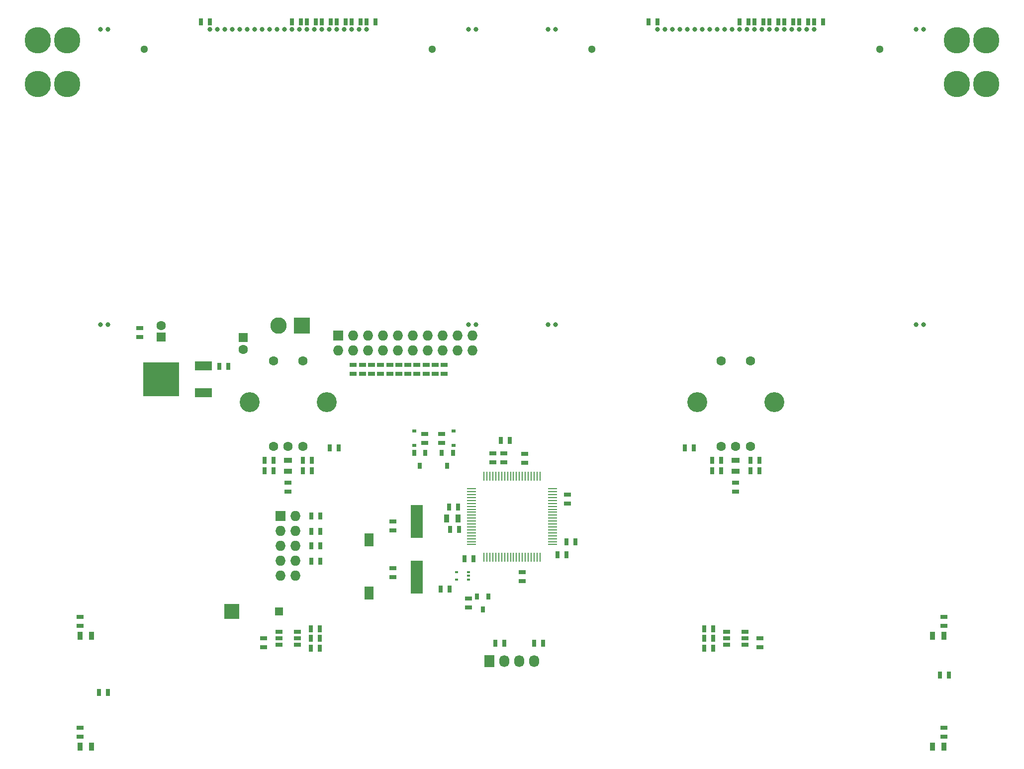
<source format=gts>
%FSLAX34Y34*%
G04 Gerber Fmt 3.4, Leading zero omitted, Abs format*
G04 (created by PCBNEW (2014-03-19 BZR 4756)-product) date Mon 28 Jul 2014 16:59:26 BRT*
%MOIN*%
G01*
G70*
G90*
G04 APERTURE LIST*
%ADD10C,0.006000*%
%ADD11C,0.031496*%
%ADD12C,0.051181*%
%ADD13R,0.025000X0.045000*%
%ADD14R,0.062992X0.062992*%
%ADD15C,0.062992*%
%ADD16R,0.045000X0.025000*%
%ADD17R,0.027000X0.022000*%
%ADD18C,0.133858*%
%ADD19R,0.055000X0.035000*%
%ADD20R,0.035000X0.055000*%
%ADD21R,0.051181X0.027559*%
%ADD22R,0.068000X0.068000*%
%ADD23O,0.068000X0.068000*%
%ADD24R,0.031500X0.039400*%
%ADD25R,0.059055X0.011024*%
%ADD26R,0.011024X0.059055*%
%ADD27R,0.020000X0.012000*%
%ADD28R,0.083000X0.220000*%
%ADD29R,0.098425X0.098425*%
%ADD30R,0.055118X0.055118*%
%ADD31C,0.177165*%
%ADD32R,0.068000X0.080000*%
%ADD33O,0.068000X0.080000*%
%ADD34R,0.062992X0.086614*%
%ADD35R,0.244000X0.228000*%
%ADD36R,0.118000X0.063000*%
%ADD37R,0.110000X0.110000*%
%ADD38C,0.110000*%
G04 APERTURE END LIST*
G54D10*
G54D11*
X43057Y-846D03*
X43557Y-846D03*
X44057Y-846D03*
X44557Y-846D03*
X45057Y-846D03*
X45557Y-846D03*
X46057Y-846D03*
X46557Y-846D03*
X47057Y-846D03*
X47557Y-846D03*
X48057Y-846D03*
X48557Y-846D03*
X49057Y-846D03*
X49557Y-846D03*
X50057Y-846D03*
X50557Y-846D03*
X51057Y-846D03*
X51557Y-846D03*
X52057Y-846D03*
X52557Y-846D03*
X53057Y-846D03*
X53557Y-846D03*
X35718Y-846D03*
X36210Y-846D03*
X60895Y-846D03*
X60403Y-846D03*
X60895Y-20649D03*
X60403Y-20649D03*
X35718Y-20649D03*
X36210Y-20649D03*
G54D12*
X38661Y-2204D03*
X57952Y-2204D03*
G54D13*
X62003Y-44169D03*
X62603Y-44169D03*
X5615Y-45305D03*
X6215Y-45305D03*
G54D14*
X15275Y-21527D03*
G54D15*
X15275Y-22314D03*
G54D16*
X16673Y-41688D03*
X16673Y-42288D03*
X49940Y-41688D03*
X49940Y-42288D03*
X18307Y-31264D03*
X18307Y-31864D03*
G54D13*
X19296Y-29744D03*
X19896Y-29744D03*
X17327Y-29744D03*
X16727Y-29744D03*
G54D16*
X48307Y-31264D03*
X48307Y-31864D03*
G54D13*
X49296Y-29763D03*
X49896Y-29763D03*
X47317Y-29744D03*
X46717Y-29744D03*
G54D16*
X25324Y-33853D03*
X25324Y-34453D03*
X25324Y-37583D03*
X25324Y-36983D03*
G54D13*
X29134Y-38385D03*
X28534Y-38385D03*
X30733Y-36348D03*
X30133Y-36348D03*
X36944Y-35206D03*
X37544Y-35206D03*
G54D16*
X37037Y-32652D03*
X37037Y-32052D03*
X32027Y-29896D03*
X32027Y-29296D03*
X32763Y-29896D03*
X32763Y-29296D03*
G54D13*
X29679Y-32893D03*
X29079Y-32893D03*
G54D16*
X34163Y-29906D03*
X34163Y-29306D03*
X33996Y-37249D03*
X33996Y-37849D03*
G54D17*
X29379Y-28763D03*
X29379Y-27803D03*
X26742Y-28757D03*
X26742Y-27797D03*
G54D15*
X19291Y-28807D03*
X19291Y-23098D03*
X17322Y-28807D03*
X17322Y-23098D03*
X18307Y-28807D03*
G54D18*
X20905Y-25854D03*
X15708Y-25854D03*
G54D15*
X49291Y-28807D03*
X49291Y-23098D03*
X47322Y-28807D03*
X47322Y-23098D03*
X48307Y-28807D03*
G54D18*
X50905Y-25854D03*
X45708Y-25854D03*
G54D19*
X18307Y-30493D03*
X18307Y-29743D03*
X48307Y-30493D03*
X48307Y-29743D03*
G54D20*
X28926Y-33641D03*
X29676Y-33641D03*
G54D21*
X18917Y-42122D03*
X18917Y-41688D03*
X18917Y-41255D03*
X17696Y-41255D03*
X17696Y-41688D03*
X17696Y-42122D03*
X47696Y-41255D03*
X47696Y-41688D03*
X47696Y-42122D03*
X48917Y-42122D03*
X48917Y-41688D03*
X48917Y-41255D03*
G54D22*
X21671Y-21389D03*
G54D23*
X21671Y-22389D03*
X22671Y-21389D03*
X22671Y-22389D03*
X23671Y-21389D03*
X23671Y-22389D03*
X24671Y-21389D03*
X24671Y-22389D03*
X25671Y-21389D03*
X25671Y-22389D03*
X26671Y-21389D03*
X26671Y-22389D03*
X27671Y-21389D03*
X27671Y-22389D03*
X28671Y-21389D03*
X28671Y-22389D03*
X29671Y-21389D03*
X29671Y-22389D03*
X30671Y-21389D03*
X30671Y-22389D03*
G54D24*
X28970Y-30127D03*
X28595Y-29261D03*
X29345Y-29261D03*
X27118Y-30129D03*
X26743Y-29263D03*
X27493Y-29263D03*
G54D16*
X28602Y-27977D03*
X28602Y-28577D03*
X23277Y-23361D03*
X23277Y-23961D03*
X27460Y-27977D03*
X27460Y-28577D03*
X22667Y-23361D03*
X22667Y-23961D03*
X4370Y-40855D03*
X4370Y-40255D03*
X4366Y-48303D03*
X4366Y-47703D03*
X62244Y-40862D03*
X62244Y-40262D03*
X62244Y-48303D03*
X62244Y-47703D03*
G54D13*
X12455Y-344D03*
X13055Y-344D03*
X19837Y-41043D03*
X20437Y-41043D03*
X19837Y-41692D03*
X20437Y-41692D03*
X19837Y-42342D03*
X20437Y-42342D03*
X42455Y-344D03*
X43055Y-344D03*
X46776Y-41043D03*
X46176Y-41043D03*
X46776Y-41692D03*
X46176Y-41692D03*
X46776Y-42342D03*
X46176Y-42342D03*
X19296Y-30452D03*
X19896Y-30452D03*
X21707Y-28927D03*
X21107Y-28927D03*
X17327Y-30462D03*
X16727Y-30462D03*
X32207Y-42007D03*
X32807Y-42007D03*
X35406Y-42007D03*
X34806Y-42007D03*
X49296Y-30462D03*
X49896Y-30462D03*
X44904Y-28929D03*
X45504Y-28929D03*
X47317Y-30462D03*
X46717Y-30462D03*
X29148Y-34389D03*
X29748Y-34389D03*
G54D16*
X30393Y-39620D03*
X30393Y-39020D03*
G54D13*
X36943Y-36102D03*
X36343Y-36102D03*
X32554Y-28425D03*
X33154Y-28425D03*
X20447Y-34507D03*
X19847Y-34507D03*
X20447Y-33503D03*
X19847Y-33503D03*
X20447Y-35501D03*
X19847Y-35501D03*
X20447Y-36505D03*
X19847Y-36505D03*
G54D25*
X30590Y-31663D03*
X30590Y-31860D03*
X30590Y-32057D03*
X30590Y-32253D03*
X30590Y-32450D03*
X30590Y-32647D03*
X30590Y-32844D03*
X30590Y-33041D03*
X30590Y-33238D03*
X30590Y-33435D03*
X30590Y-33631D03*
X30590Y-33828D03*
X30590Y-34025D03*
X30590Y-34222D03*
X30590Y-34419D03*
X30590Y-34616D03*
X30590Y-34812D03*
X30590Y-35009D03*
X30590Y-35206D03*
X30590Y-35403D03*
G54D26*
X31437Y-36250D03*
X31633Y-36250D03*
X31830Y-36250D03*
X32027Y-36250D03*
X32224Y-36250D03*
X32421Y-36250D03*
X32618Y-36250D03*
X32814Y-36250D03*
X33011Y-36250D03*
X33208Y-36250D03*
X33405Y-36250D03*
X33602Y-36250D03*
X33799Y-36250D03*
X33996Y-36250D03*
X34192Y-36250D03*
X34389Y-36250D03*
X34586Y-36250D03*
X34783Y-36250D03*
X34980Y-36250D03*
X35177Y-36250D03*
G54D25*
X36023Y-35403D03*
X36023Y-35206D03*
X36023Y-35009D03*
X36023Y-34812D03*
X36023Y-34616D03*
X36023Y-34419D03*
X36023Y-34222D03*
X36023Y-34025D03*
X36023Y-33828D03*
X36023Y-33631D03*
X36023Y-33435D03*
X36023Y-33238D03*
X36023Y-33041D03*
X36023Y-32844D03*
X36023Y-32647D03*
X36023Y-32450D03*
X36023Y-32253D03*
X36023Y-32057D03*
X36023Y-31860D03*
X36023Y-31663D03*
G54D26*
X35177Y-30816D03*
X34980Y-30816D03*
X34783Y-30816D03*
X34586Y-30816D03*
X34389Y-30816D03*
X34192Y-30816D03*
X33996Y-30816D03*
X33799Y-30816D03*
X33602Y-30816D03*
X33405Y-30816D03*
X33208Y-30816D03*
X33011Y-30816D03*
X32814Y-30816D03*
X32618Y-30816D03*
X32421Y-30816D03*
X32224Y-30816D03*
X32027Y-30816D03*
X31830Y-30816D03*
X31633Y-30816D03*
X31437Y-30816D03*
G54D24*
X31348Y-39753D03*
X30973Y-38887D03*
X31723Y-38887D03*
G54D27*
X30390Y-37740D03*
X30390Y-37240D03*
X29590Y-37740D03*
X30390Y-37490D03*
X29590Y-37240D03*
G54D28*
X26925Y-37590D03*
X26925Y-33850D03*
G54D20*
X5119Y-41507D03*
X4369Y-41507D03*
X5119Y-48952D03*
X4369Y-48952D03*
X61495Y-41507D03*
X62245Y-41507D03*
X61495Y-48952D03*
X62245Y-48952D03*
G54D13*
X14305Y-23444D03*
X13705Y-23444D03*
G54D16*
X25718Y-23961D03*
X25718Y-23361D03*
X25108Y-23961D03*
X25108Y-23361D03*
X26938Y-23961D03*
X26938Y-23361D03*
X26328Y-23961D03*
X26328Y-23361D03*
X24498Y-23961D03*
X24498Y-23361D03*
X23887Y-23961D03*
X23887Y-23361D03*
X28159Y-23961D03*
X28159Y-23361D03*
X27549Y-23961D03*
X27549Y-23361D03*
X28769Y-23961D03*
X28769Y-23361D03*
G54D29*
X14527Y-39881D03*
G54D30*
X17688Y-39889D03*
G54D31*
X3480Y-4527D03*
X3480Y-1574D03*
X1511Y-4527D03*
X1511Y-1574D03*
X65102Y-4527D03*
X65102Y-1574D03*
X63133Y-4527D03*
X63133Y-1574D03*
G54D16*
X8356Y-21490D03*
X8356Y-20890D03*
G54D13*
X19148Y-344D03*
X18548Y-344D03*
X19552Y-344D03*
X20152Y-344D03*
X22160Y-344D03*
X21560Y-344D03*
X22564Y-344D03*
X23164Y-344D03*
X49148Y-344D03*
X48548Y-344D03*
X49552Y-344D03*
X50152Y-344D03*
X50556Y-344D03*
X51156Y-344D03*
X52160Y-344D03*
X51560Y-344D03*
X52564Y-344D03*
X53164Y-344D03*
G54D32*
X31807Y-43228D03*
G54D33*
X32807Y-43228D03*
X33807Y-43228D03*
X34807Y-43228D03*
G54D22*
X17807Y-33501D03*
G54D23*
X18807Y-33501D03*
X17807Y-34501D03*
X18807Y-34501D03*
X17807Y-35501D03*
X18807Y-35501D03*
X17807Y-36501D03*
X18807Y-36501D03*
X17807Y-37501D03*
X18807Y-37501D03*
G54D13*
X24168Y-344D03*
X23568Y-344D03*
X54168Y-344D03*
X53568Y-344D03*
G54D34*
X23720Y-38661D03*
X23720Y-35078D03*
G54D35*
X9805Y-24330D03*
G54D36*
X12635Y-25230D03*
X12635Y-23430D03*
G54D11*
X13057Y-846D03*
X13557Y-846D03*
X14057Y-846D03*
X14557Y-846D03*
X15057Y-846D03*
X15557Y-846D03*
X16057Y-846D03*
X16557Y-846D03*
X17057Y-846D03*
X17557Y-846D03*
X18057Y-846D03*
X18557Y-846D03*
X19057Y-846D03*
X19557Y-846D03*
X20057Y-846D03*
X20557Y-846D03*
X21057Y-846D03*
X21557Y-846D03*
X22057Y-846D03*
X22557Y-846D03*
X23057Y-846D03*
X23557Y-846D03*
X5718Y-846D03*
X6210Y-846D03*
X30895Y-846D03*
X30403Y-846D03*
X30895Y-20649D03*
X30403Y-20649D03*
X5718Y-20649D03*
X6210Y-20649D03*
G54D12*
X8661Y-2204D03*
X27952Y-2204D03*
G54D14*
X9803Y-21496D03*
G54D15*
X9803Y-20708D03*
G54D13*
X20556Y-344D03*
X21156Y-344D03*
G54D37*
X19213Y-20728D03*
G54D38*
X17653Y-20728D03*
M02*

</source>
